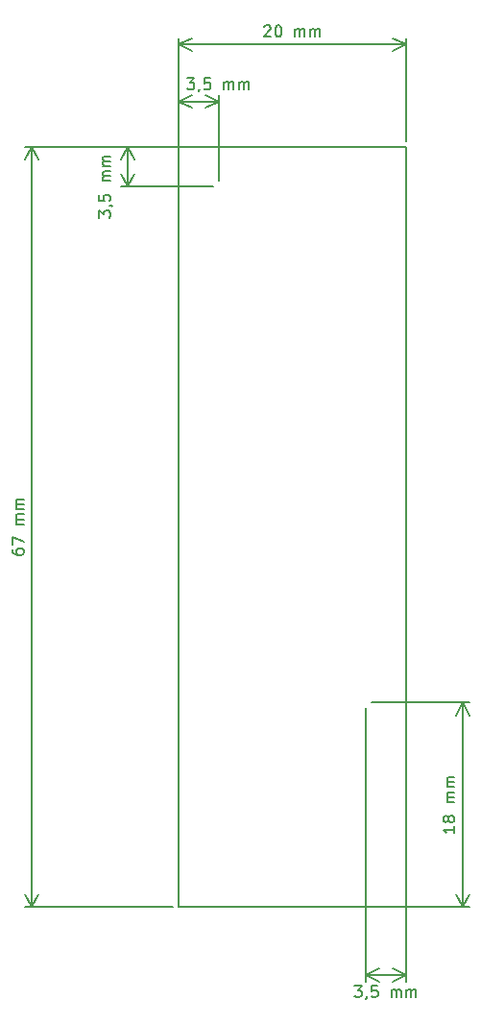
<source format=gbr>
%TF.GenerationSoftware,KiCad,Pcbnew,7.0.10*%
%TF.CreationDate,2024-02-17T17:59:33+01:00*%
%TF.ProjectId,Master_Clock,4d617374-6572-45f4-936c-6f636b2e6b69,1.1*%
%TF.SameCoordinates,Original*%
%TF.FileFunction,OtherDrawing,Comment*%
%FSLAX46Y46*%
G04 Gerber Fmt 4.6, Leading zero omitted, Abs format (unit mm)*
G04 Created by KiCad (PCBNEW 7.0.10) date 2024-02-17 17:59:33*
%MOMM*%
%LPD*%
G01*
G04 APERTURE LIST*
%ADD10C,0.150000*%
%TA.AperFunction,Profile*%
%ADD11C,0.150000*%
%TD*%
G04 APERTURE END LIST*
D10*
X168304819Y-117904761D02*
X168304819Y-118476189D01*
X168304819Y-118190475D02*
X167304819Y-118190475D01*
X167304819Y-118190475D02*
X167447676Y-118285713D01*
X167447676Y-118285713D02*
X167542914Y-118380951D01*
X167542914Y-118380951D02*
X167590533Y-118476189D01*
X167733390Y-117333332D02*
X167685771Y-117428570D01*
X167685771Y-117428570D02*
X167638152Y-117476189D01*
X167638152Y-117476189D02*
X167542914Y-117523808D01*
X167542914Y-117523808D02*
X167495295Y-117523808D01*
X167495295Y-117523808D02*
X167400057Y-117476189D01*
X167400057Y-117476189D02*
X167352438Y-117428570D01*
X167352438Y-117428570D02*
X167304819Y-117333332D01*
X167304819Y-117333332D02*
X167304819Y-117142856D01*
X167304819Y-117142856D02*
X167352438Y-117047618D01*
X167352438Y-117047618D02*
X167400057Y-116999999D01*
X167400057Y-116999999D02*
X167495295Y-116952380D01*
X167495295Y-116952380D02*
X167542914Y-116952380D01*
X167542914Y-116952380D02*
X167638152Y-116999999D01*
X167638152Y-116999999D02*
X167685771Y-117047618D01*
X167685771Y-117047618D02*
X167733390Y-117142856D01*
X167733390Y-117142856D02*
X167733390Y-117333332D01*
X167733390Y-117333332D02*
X167781009Y-117428570D01*
X167781009Y-117428570D02*
X167828628Y-117476189D01*
X167828628Y-117476189D02*
X167923866Y-117523808D01*
X167923866Y-117523808D02*
X168114342Y-117523808D01*
X168114342Y-117523808D02*
X168209580Y-117476189D01*
X168209580Y-117476189D02*
X168257200Y-117428570D01*
X168257200Y-117428570D02*
X168304819Y-117333332D01*
X168304819Y-117333332D02*
X168304819Y-117142856D01*
X168304819Y-117142856D02*
X168257200Y-117047618D01*
X168257200Y-117047618D02*
X168209580Y-116999999D01*
X168209580Y-116999999D02*
X168114342Y-116952380D01*
X168114342Y-116952380D02*
X167923866Y-116952380D01*
X167923866Y-116952380D02*
X167828628Y-116999999D01*
X167828628Y-116999999D02*
X167781009Y-117047618D01*
X167781009Y-117047618D02*
X167733390Y-117142856D01*
X168304819Y-115761903D02*
X167638152Y-115761903D01*
X167733390Y-115761903D02*
X167685771Y-115714284D01*
X167685771Y-115714284D02*
X167638152Y-115619046D01*
X167638152Y-115619046D02*
X167638152Y-115476189D01*
X167638152Y-115476189D02*
X167685771Y-115380951D01*
X167685771Y-115380951D02*
X167781009Y-115333332D01*
X167781009Y-115333332D02*
X168304819Y-115333332D01*
X167781009Y-115333332D02*
X167685771Y-115285713D01*
X167685771Y-115285713D02*
X167638152Y-115190475D01*
X167638152Y-115190475D02*
X167638152Y-115047618D01*
X167638152Y-115047618D02*
X167685771Y-114952379D01*
X167685771Y-114952379D02*
X167781009Y-114904760D01*
X167781009Y-114904760D02*
X168304819Y-114904760D01*
X168304819Y-114428570D02*
X167638152Y-114428570D01*
X167733390Y-114428570D02*
X167685771Y-114380951D01*
X167685771Y-114380951D02*
X167638152Y-114285713D01*
X167638152Y-114285713D02*
X167638152Y-114142856D01*
X167638152Y-114142856D02*
X167685771Y-114047618D01*
X167685771Y-114047618D02*
X167781009Y-113999999D01*
X167781009Y-113999999D02*
X168304819Y-113999999D01*
X167781009Y-113999999D02*
X167685771Y-113952380D01*
X167685771Y-113952380D02*
X167638152Y-113857142D01*
X167638152Y-113857142D02*
X167638152Y-113714285D01*
X167638152Y-113714285D02*
X167685771Y-113619046D01*
X167685771Y-113619046D02*
X167781009Y-113571427D01*
X167781009Y-113571427D02*
X168304819Y-113571427D01*
X161000000Y-107000000D02*
X169586420Y-107000000D01*
X161000000Y-125000000D02*
X169586420Y-125000000D01*
X169000000Y-107000000D02*
X169000000Y-125000000D01*
X169000000Y-107000000D02*
X169000000Y-125000000D01*
X169000000Y-107000000D02*
X169586421Y-108126504D01*
X169000000Y-107000000D02*
X168413579Y-108126504D01*
X169000000Y-125000000D02*
X168413579Y-123873496D01*
X169000000Y-125000000D02*
X169586421Y-123873496D01*
X144738096Y-51954819D02*
X145357143Y-51954819D01*
X145357143Y-51954819D02*
X145023810Y-52335771D01*
X145023810Y-52335771D02*
X145166667Y-52335771D01*
X145166667Y-52335771D02*
X145261905Y-52383390D01*
X145261905Y-52383390D02*
X145309524Y-52431009D01*
X145309524Y-52431009D02*
X145357143Y-52526247D01*
X145357143Y-52526247D02*
X145357143Y-52764342D01*
X145357143Y-52764342D02*
X145309524Y-52859580D01*
X145309524Y-52859580D02*
X145261905Y-52907200D01*
X145261905Y-52907200D02*
X145166667Y-52954819D01*
X145166667Y-52954819D02*
X144880953Y-52954819D01*
X144880953Y-52954819D02*
X144785715Y-52907200D01*
X144785715Y-52907200D02*
X144738096Y-52859580D01*
X145833334Y-52907200D02*
X145833334Y-52954819D01*
X145833334Y-52954819D02*
X145785715Y-53050057D01*
X145785715Y-53050057D02*
X145738096Y-53097676D01*
X146738095Y-51954819D02*
X146261905Y-51954819D01*
X146261905Y-51954819D02*
X146214286Y-52431009D01*
X146214286Y-52431009D02*
X146261905Y-52383390D01*
X146261905Y-52383390D02*
X146357143Y-52335771D01*
X146357143Y-52335771D02*
X146595238Y-52335771D01*
X146595238Y-52335771D02*
X146690476Y-52383390D01*
X146690476Y-52383390D02*
X146738095Y-52431009D01*
X146738095Y-52431009D02*
X146785714Y-52526247D01*
X146785714Y-52526247D02*
X146785714Y-52764342D01*
X146785714Y-52764342D02*
X146738095Y-52859580D01*
X146738095Y-52859580D02*
X146690476Y-52907200D01*
X146690476Y-52907200D02*
X146595238Y-52954819D01*
X146595238Y-52954819D02*
X146357143Y-52954819D01*
X146357143Y-52954819D02*
X146261905Y-52907200D01*
X146261905Y-52907200D02*
X146214286Y-52859580D01*
X147976191Y-52954819D02*
X147976191Y-52288152D01*
X147976191Y-52383390D02*
X148023810Y-52335771D01*
X148023810Y-52335771D02*
X148119048Y-52288152D01*
X148119048Y-52288152D02*
X148261905Y-52288152D01*
X148261905Y-52288152D02*
X148357143Y-52335771D01*
X148357143Y-52335771D02*
X148404762Y-52431009D01*
X148404762Y-52431009D02*
X148404762Y-52954819D01*
X148404762Y-52431009D02*
X148452381Y-52335771D01*
X148452381Y-52335771D02*
X148547619Y-52288152D01*
X148547619Y-52288152D02*
X148690476Y-52288152D01*
X148690476Y-52288152D02*
X148785715Y-52335771D01*
X148785715Y-52335771D02*
X148833334Y-52431009D01*
X148833334Y-52431009D02*
X148833334Y-52954819D01*
X149309524Y-52954819D02*
X149309524Y-52288152D01*
X149309524Y-52383390D02*
X149357143Y-52335771D01*
X149357143Y-52335771D02*
X149452381Y-52288152D01*
X149452381Y-52288152D02*
X149595238Y-52288152D01*
X149595238Y-52288152D02*
X149690476Y-52335771D01*
X149690476Y-52335771D02*
X149738095Y-52431009D01*
X149738095Y-52431009D02*
X149738095Y-52954819D01*
X149738095Y-52431009D02*
X149785714Y-52335771D01*
X149785714Y-52335771D02*
X149880952Y-52288152D01*
X149880952Y-52288152D02*
X150023809Y-52288152D01*
X150023809Y-52288152D02*
X150119048Y-52335771D01*
X150119048Y-52335771D02*
X150166667Y-52431009D01*
X150166667Y-52431009D02*
X150166667Y-52954819D01*
X147500000Y-61000000D02*
X147500000Y-53413580D01*
X144000000Y-61000000D02*
X144000000Y-53413580D01*
X147500000Y-54000000D02*
X144000000Y-54000000D01*
X147500000Y-54000000D02*
X144000000Y-54000000D01*
X147500000Y-54000000D02*
X146373496Y-54586421D01*
X147500000Y-54000000D02*
X146373496Y-53413579D01*
X144000000Y-54000000D02*
X145126504Y-53413579D01*
X144000000Y-54000000D02*
X145126504Y-54586421D01*
X159488096Y-131954819D02*
X160107143Y-131954819D01*
X160107143Y-131954819D02*
X159773810Y-132335771D01*
X159773810Y-132335771D02*
X159916667Y-132335771D01*
X159916667Y-132335771D02*
X160011905Y-132383390D01*
X160011905Y-132383390D02*
X160059524Y-132431009D01*
X160059524Y-132431009D02*
X160107143Y-132526247D01*
X160107143Y-132526247D02*
X160107143Y-132764342D01*
X160107143Y-132764342D02*
X160059524Y-132859580D01*
X160059524Y-132859580D02*
X160011905Y-132907200D01*
X160011905Y-132907200D02*
X159916667Y-132954819D01*
X159916667Y-132954819D02*
X159630953Y-132954819D01*
X159630953Y-132954819D02*
X159535715Y-132907200D01*
X159535715Y-132907200D02*
X159488096Y-132859580D01*
X160583334Y-132907200D02*
X160583334Y-132954819D01*
X160583334Y-132954819D02*
X160535715Y-133050057D01*
X160535715Y-133050057D02*
X160488096Y-133097676D01*
X161488095Y-131954819D02*
X161011905Y-131954819D01*
X161011905Y-131954819D02*
X160964286Y-132431009D01*
X160964286Y-132431009D02*
X161011905Y-132383390D01*
X161011905Y-132383390D02*
X161107143Y-132335771D01*
X161107143Y-132335771D02*
X161345238Y-132335771D01*
X161345238Y-132335771D02*
X161440476Y-132383390D01*
X161440476Y-132383390D02*
X161488095Y-132431009D01*
X161488095Y-132431009D02*
X161535714Y-132526247D01*
X161535714Y-132526247D02*
X161535714Y-132764342D01*
X161535714Y-132764342D02*
X161488095Y-132859580D01*
X161488095Y-132859580D02*
X161440476Y-132907200D01*
X161440476Y-132907200D02*
X161345238Y-132954819D01*
X161345238Y-132954819D02*
X161107143Y-132954819D01*
X161107143Y-132954819D02*
X161011905Y-132907200D01*
X161011905Y-132907200D02*
X160964286Y-132859580D01*
X162726191Y-132954819D02*
X162726191Y-132288152D01*
X162726191Y-132383390D02*
X162773810Y-132335771D01*
X162773810Y-132335771D02*
X162869048Y-132288152D01*
X162869048Y-132288152D02*
X163011905Y-132288152D01*
X163011905Y-132288152D02*
X163107143Y-132335771D01*
X163107143Y-132335771D02*
X163154762Y-132431009D01*
X163154762Y-132431009D02*
X163154762Y-132954819D01*
X163154762Y-132431009D02*
X163202381Y-132335771D01*
X163202381Y-132335771D02*
X163297619Y-132288152D01*
X163297619Y-132288152D02*
X163440476Y-132288152D01*
X163440476Y-132288152D02*
X163535715Y-132335771D01*
X163535715Y-132335771D02*
X163583334Y-132431009D01*
X163583334Y-132431009D02*
X163583334Y-132954819D01*
X164059524Y-132954819D02*
X164059524Y-132288152D01*
X164059524Y-132383390D02*
X164107143Y-132335771D01*
X164107143Y-132335771D02*
X164202381Y-132288152D01*
X164202381Y-132288152D02*
X164345238Y-132288152D01*
X164345238Y-132288152D02*
X164440476Y-132335771D01*
X164440476Y-132335771D02*
X164488095Y-132431009D01*
X164488095Y-132431009D02*
X164488095Y-132954819D01*
X164488095Y-132431009D02*
X164535714Y-132335771D01*
X164535714Y-132335771D02*
X164630952Y-132288152D01*
X164630952Y-132288152D02*
X164773809Y-132288152D01*
X164773809Y-132288152D02*
X164869048Y-132335771D01*
X164869048Y-132335771D02*
X164916667Y-132431009D01*
X164916667Y-132431009D02*
X164916667Y-132954819D01*
X160500000Y-107500000D02*
X160500000Y-131586420D01*
X164000000Y-107500000D02*
X164000000Y-131586420D01*
X160500000Y-131000000D02*
X164000000Y-131000000D01*
X160500000Y-131000000D02*
X164000000Y-131000000D01*
X160500000Y-131000000D02*
X161626504Y-130413579D01*
X160500000Y-131000000D02*
X161626504Y-131586421D01*
X164000000Y-131000000D02*
X162873496Y-131586421D01*
X164000000Y-131000000D02*
X162873496Y-130413579D01*
X129304819Y-93499999D02*
X129304819Y-93690475D01*
X129304819Y-93690475D02*
X129352438Y-93785713D01*
X129352438Y-93785713D02*
X129400057Y-93833332D01*
X129400057Y-93833332D02*
X129542914Y-93928570D01*
X129542914Y-93928570D02*
X129733390Y-93976189D01*
X129733390Y-93976189D02*
X130114342Y-93976189D01*
X130114342Y-93976189D02*
X130209580Y-93928570D01*
X130209580Y-93928570D02*
X130257200Y-93880951D01*
X130257200Y-93880951D02*
X130304819Y-93785713D01*
X130304819Y-93785713D02*
X130304819Y-93595237D01*
X130304819Y-93595237D02*
X130257200Y-93499999D01*
X130257200Y-93499999D02*
X130209580Y-93452380D01*
X130209580Y-93452380D02*
X130114342Y-93404761D01*
X130114342Y-93404761D02*
X129876247Y-93404761D01*
X129876247Y-93404761D02*
X129781009Y-93452380D01*
X129781009Y-93452380D02*
X129733390Y-93499999D01*
X129733390Y-93499999D02*
X129685771Y-93595237D01*
X129685771Y-93595237D02*
X129685771Y-93785713D01*
X129685771Y-93785713D02*
X129733390Y-93880951D01*
X129733390Y-93880951D02*
X129781009Y-93928570D01*
X129781009Y-93928570D02*
X129876247Y-93976189D01*
X129304819Y-93071427D02*
X129304819Y-92404761D01*
X129304819Y-92404761D02*
X130304819Y-92833332D01*
X130304819Y-91261903D02*
X129638152Y-91261903D01*
X129733390Y-91261903D02*
X129685771Y-91214284D01*
X129685771Y-91214284D02*
X129638152Y-91119046D01*
X129638152Y-91119046D02*
X129638152Y-90976189D01*
X129638152Y-90976189D02*
X129685771Y-90880951D01*
X129685771Y-90880951D02*
X129781009Y-90833332D01*
X129781009Y-90833332D02*
X130304819Y-90833332D01*
X129781009Y-90833332D02*
X129685771Y-90785713D01*
X129685771Y-90785713D02*
X129638152Y-90690475D01*
X129638152Y-90690475D02*
X129638152Y-90547618D01*
X129638152Y-90547618D02*
X129685771Y-90452379D01*
X129685771Y-90452379D02*
X129781009Y-90404760D01*
X129781009Y-90404760D02*
X130304819Y-90404760D01*
X130304819Y-89928570D02*
X129638152Y-89928570D01*
X129733390Y-89928570D02*
X129685771Y-89880951D01*
X129685771Y-89880951D02*
X129638152Y-89785713D01*
X129638152Y-89785713D02*
X129638152Y-89642856D01*
X129638152Y-89642856D02*
X129685771Y-89547618D01*
X129685771Y-89547618D02*
X129781009Y-89499999D01*
X129781009Y-89499999D02*
X130304819Y-89499999D01*
X129781009Y-89499999D02*
X129685771Y-89452380D01*
X129685771Y-89452380D02*
X129638152Y-89357142D01*
X129638152Y-89357142D02*
X129638152Y-89214285D01*
X129638152Y-89214285D02*
X129685771Y-89119046D01*
X129685771Y-89119046D02*
X129781009Y-89071427D01*
X129781009Y-89071427D02*
X130304819Y-89071427D01*
X143500000Y-125000000D02*
X130413580Y-125000000D01*
X143500000Y-58000000D02*
X130413580Y-58000000D01*
X131000000Y-125000000D02*
X131000000Y-58000000D01*
X131000000Y-125000000D02*
X131000000Y-58000000D01*
X131000000Y-125000000D02*
X130413579Y-123873496D01*
X131000000Y-125000000D02*
X131586421Y-123873496D01*
X131000000Y-58000000D02*
X131586421Y-59126504D01*
X131000000Y-58000000D02*
X130413579Y-59126504D01*
X151523810Y-47400057D02*
X151571429Y-47352438D01*
X151571429Y-47352438D02*
X151666667Y-47304819D01*
X151666667Y-47304819D02*
X151904762Y-47304819D01*
X151904762Y-47304819D02*
X152000000Y-47352438D01*
X152000000Y-47352438D02*
X152047619Y-47400057D01*
X152047619Y-47400057D02*
X152095238Y-47495295D01*
X152095238Y-47495295D02*
X152095238Y-47590533D01*
X152095238Y-47590533D02*
X152047619Y-47733390D01*
X152047619Y-47733390D02*
X151476191Y-48304819D01*
X151476191Y-48304819D02*
X152095238Y-48304819D01*
X152714286Y-47304819D02*
X152809524Y-47304819D01*
X152809524Y-47304819D02*
X152904762Y-47352438D01*
X152904762Y-47352438D02*
X152952381Y-47400057D01*
X152952381Y-47400057D02*
X153000000Y-47495295D01*
X153000000Y-47495295D02*
X153047619Y-47685771D01*
X153047619Y-47685771D02*
X153047619Y-47923866D01*
X153047619Y-47923866D02*
X153000000Y-48114342D01*
X153000000Y-48114342D02*
X152952381Y-48209580D01*
X152952381Y-48209580D02*
X152904762Y-48257200D01*
X152904762Y-48257200D02*
X152809524Y-48304819D01*
X152809524Y-48304819D02*
X152714286Y-48304819D01*
X152714286Y-48304819D02*
X152619048Y-48257200D01*
X152619048Y-48257200D02*
X152571429Y-48209580D01*
X152571429Y-48209580D02*
X152523810Y-48114342D01*
X152523810Y-48114342D02*
X152476191Y-47923866D01*
X152476191Y-47923866D02*
X152476191Y-47685771D01*
X152476191Y-47685771D02*
X152523810Y-47495295D01*
X152523810Y-47495295D02*
X152571429Y-47400057D01*
X152571429Y-47400057D02*
X152619048Y-47352438D01*
X152619048Y-47352438D02*
X152714286Y-47304819D01*
X154238096Y-48304819D02*
X154238096Y-47638152D01*
X154238096Y-47733390D02*
X154285715Y-47685771D01*
X154285715Y-47685771D02*
X154380953Y-47638152D01*
X154380953Y-47638152D02*
X154523810Y-47638152D01*
X154523810Y-47638152D02*
X154619048Y-47685771D01*
X154619048Y-47685771D02*
X154666667Y-47781009D01*
X154666667Y-47781009D02*
X154666667Y-48304819D01*
X154666667Y-47781009D02*
X154714286Y-47685771D01*
X154714286Y-47685771D02*
X154809524Y-47638152D01*
X154809524Y-47638152D02*
X154952381Y-47638152D01*
X154952381Y-47638152D02*
X155047620Y-47685771D01*
X155047620Y-47685771D02*
X155095239Y-47781009D01*
X155095239Y-47781009D02*
X155095239Y-48304819D01*
X155571429Y-48304819D02*
X155571429Y-47638152D01*
X155571429Y-47733390D02*
X155619048Y-47685771D01*
X155619048Y-47685771D02*
X155714286Y-47638152D01*
X155714286Y-47638152D02*
X155857143Y-47638152D01*
X155857143Y-47638152D02*
X155952381Y-47685771D01*
X155952381Y-47685771D02*
X156000000Y-47781009D01*
X156000000Y-47781009D02*
X156000000Y-48304819D01*
X156000000Y-47781009D02*
X156047619Y-47685771D01*
X156047619Y-47685771D02*
X156142857Y-47638152D01*
X156142857Y-47638152D02*
X156285714Y-47638152D01*
X156285714Y-47638152D02*
X156380953Y-47685771D01*
X156380953Y-47685771D02*
X156428572Y-47781009D01*
X156428572Y-47781009D02*
X156428572Y-48304819D01*
X164000000Y-57500000D02*
X164000000Y-48413580D01*
X144000000Y-57500000D02*
X144000000Y-48413580D01*
X164000000Y-49000000D02*
X144000000Y-49000000D01*
X164000000Y-49000000D02*
X144000000Y-49000000D01*
X164000000Y-49000000D02*
X162873496Y-49586421D01*
X164000000Y-49000000D02*
X162873496Y-48413579D01*
X144000000Y-49000000D02*
X145126504Y-48413579D01*
X144000000Y-49000000D02*
X145126504Y-49586421D01*
X136954819Y-64261903D02*
X136954819Y-63642856D01*
X136954819Y-63642856D02*
X137335771Y-63976189D01*
X137335771Y-63976189D02*
X137335771Y-63833332D01*
X137335771Y-63833332D02*
X137383390Y-63738094D01*
X137383390Y-63738094D02*
X137431009Y-63690475D01*
X137431009Y-63690475D02*
X137526247Y-63642856D01*
X137526247Y-63642856D02*
X137764342Y-63642856D01*
X137764342Y-63642856D02*
X137859580Y-63690475D01*
X137859580Y-63690475D02*
X137907200Y-63738094D01*
X137907200Y-63738094D02*
X137954819Y-63833332D01*
X137954819Y-63833332D02*
X137954819Y-64119046D01*
X137954819Y-64119046D02*
X137907200Y-64214284D01*
X137907200Y-64214284D02*
X137859580Y-64261903D01*
X137907200Y-63166665D02*
X137954819Y-63166665D01*
X137954819Y-63166665D02*
X138050057Y-63214284D01*
X138050057Y-63214284D02*
X138097676Y-63261903D01*
X136954819Y-62261904D02*
X136954819Y-62738094D01*
X136954819Y-62738094D02*
X137431009Y-62785713D01*
X137431009Y-62785713D02*
X137383390Y-62738094D01*
X137383390Y-62738094D02*
X137335771Y-62642856D01*
X137335771Y-62642856D02*
X137335771Y-62404761D01*
X137335771Y-62404761D02*
X137383390Y-62309523D01*
X137383390Y-62309523D02*
X137431009Y-62261904D01*
X137431009Y-62261904D02*
X137526247Y-62214285D01*
X137526247Y-62214285D02*
X137764342Y-62214285D01*
X137764342Y-62214285D02*
X137859580Y-62261904D01*
X137859580Y-62261904D02*
X137907200Y-62309523D01*
X137907200Y-62309523D02*
X137954819Y-62404761D01*
X137954819Y-62404761D02*
X137954819Y-62642856D01*
X137954819Y-62642856D02*
X137907200Y-62738094D01*
X137907200Y-62738094D02*
X137859580Y-62785713D01*
X137954819Y-61023808D02*
X137288152Y-61023808D01*
X137383390Y-61023808D02*
X137335771Y-60976189D01*
X137335771Y-60976189D02*
X137288152Y-60880951D01*
X137288152Y-60880951D02*
X137288152Y-60738094D01*
X137288152Y-60738094D02*
X137335771Y-60642856D01*
X137335771Y-60642856D02*
X137431009Y-60595237D01*
X137431009Y-60595237D02*
X137954819Y-60595237D01*
X137431009Y-60595237D02*
X137335771Y-60547618D01*
X137335771Y-60547618D02*
X137288152Y-60452380D01*
X137288152Y-60452380D02*
X137288152Y-60309523D01*
X137288152Y-60309523D02*
X137335771Y-60214284D01*
X137335771Y-60214284D02*
X137431009Y-60166665D01*
X137431009Y-60166665D02*
X137954819Y-60166665D01*
X137954819Y-59690475D02*
X137288152Y-59690475D01*
X137383390Y-59690475D02*
X137335771Y-59642856D01*
X137335771Y-59642856D02*
X137288152Y-59547618D01*
X137288152Y-59547618D02*
X137288152Y-59404761D01*
X137288152Y-59404761D02*
X137335771Y-59309523D01*
X137335771Y-59309523D02*
X137431009Y-59261904D01*
X137431009Y-59261904D02*
X137954819Y-59261904D01*
X137431009Y-59261904D02*
X137335771Y-59214285D01*
X137335771Y-59214285D02*
X137288152Y-59119047D01*
X137288152Y-59119047D02*
X137288152Y-58976190D01*
X137288152Y-58976190D02*
X137335771Y-58880951D01*
X137335771Y-58880951D02*
X137431009Y-58833332D01*
X137431009Y-58833332D02*
X137954819Y-58833332D01*
X147000000Y-61500000D02*
X138913580Y-61500000D01*
X147000000Y-58000000D02*
X138913580Y-58000000D01*
X139500000Y-61500000D02*
X139500000Y-58000000D01*
X139500000Y-61500000D02*
X139500000Y-58000000D01*
X139500000Y-61500000D02*
X138913579Y-60373496D01*
X139500000Y-61500000D02*
X140086421Y-60373496D01*
X139500000Y-58000000D02*
X140086421Y-59126504D01*
X139500000Y-58000000D02*
X138913579Y-59126504D01*
D11*
X144000000Y-58000000D02*
X164000000Y-58000000D01*
X164000000Y-125000000D01*
X144000000Y-125000000D01*
X144000000Y-58000000D01*
M02*

</source>
